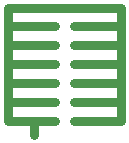
<source format=gbr>
%TF.GenerationSoftware,KiCad,Pcbnew,8.0.8*%
%TF.CreationDate,2025-07-12T08:56:47+12:00*%
%TF.ProjectId,esf1,65736631-2e6b-4696-9361-645f70636258,rev?*%
%TF.SameCoordinates,Original*%
%TF.FileFunction,Copper,L1,Top*%
%TF.FilePolarity,Positive*%
%FSLAX46Y46*%
G04 Gerber Fmt 4.6, Leading zero omitted, Abs format (unit mm)*
G04 Created by KiCad (PCBNEW 8.0.8) date 2025-07-12 08:56:47*
%MOMM*%
%LPD*%
G01*
G04 APERTURE LIST*
%TA.AperFunction,Conductor*%
%ADD10C,0.800000*%
%TD*%
G04 APERTURE END LIST*
D10*
%TO.N,*%
X17856200Y-24600000D02*
X17856200Y-25781000D01*
X15600000Y-15000000D02*
X25199999Y-15000000D01*
X21200000Y-16600000D02*
X25200000Y-16600000D01*
X15600000Y-18200000D02*
X19600000Y-18200000D01*
X25199999Y-15000000D02*
X25199999Y-24599999D01*
X15600000Y-16600000D02*
X19600000Y-16600000D01*
X15600000Y-24600000D02*
X19600000Y-24600000D01*
X21200000Y-24600000D02*
X25200000Y-24600000D01*
X15600000Y-19800000D02*
X19600000Y-19800000D01*
X15600000Y-15000000D02*
X15600000Y-24599999D01*
X21200000Y-18200000D02*
X25200000Y-18200000D01*
X15600000Y-21400000D02*
X19600000Y-21400000D01*
X21200000Y-22999999D02*
X25200000Y-22999999D01*
X15600000Y-22999999D02*
X19600000Y-22999999D01*
X21200000Y-19800000D02*
X25200000Y-19800000D01*
X21200000Y-21400000D02*
X25200000Y-21400000D01*
%TD*%
M02*

</source>
